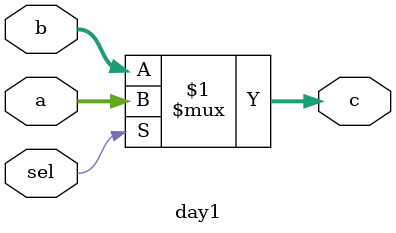
<source format=v>
module day1(
    input   sel,
    input   [3:0] a,
    input   [3:0] b,
    output  [3:0] c
);
    assign c = (sel) ? a : b;

endmodule

</source>
